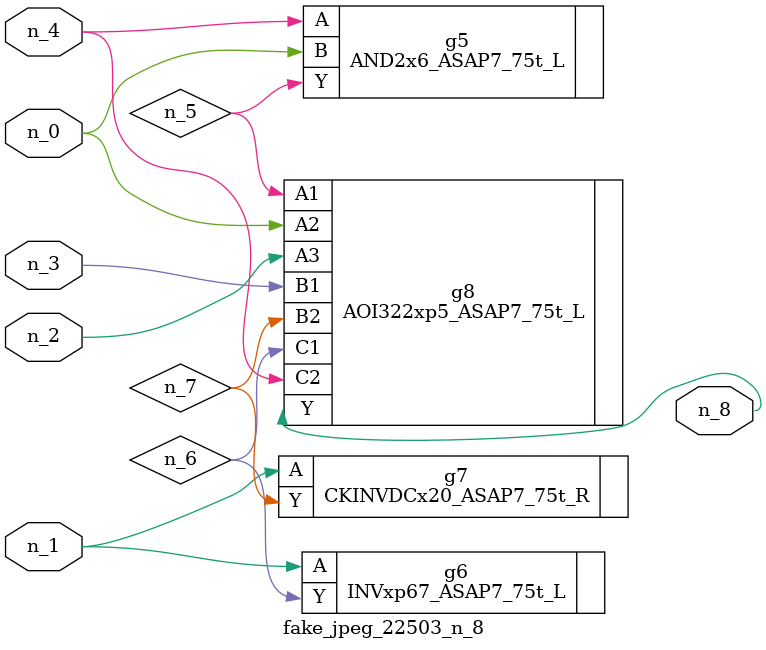
<source format=v>
module fake_jpeg_22503_n_8 (n_3, n_2, n_1, n_0, n_4, n_8);

input n_3;
input n_2;
input n_1;
input n_0;
input n_4;

output n_8;

wire n_6;
wire n_5;
wire n_7;

AND2x6_ASAP7_75t_L g5 ( 
.A(n_4),
.B(n_0),
.Y(n_5)
);

INVxp67_ASAP7_75t_L g6 ( 
.A(n_1),
.Y(n_6)
);

CKINVDCx20_ASAP7_75t_R g7 ( 
.A(n_1),
.Y(n_7)
);

AOI322xp5_ASAP7_75t_L g8 ( 
.A1(n_5),
.A2(n_0),
.A3(n_2),
.B1(n_3),
.B2(n_7),
.C1(n_6),
.C2(n_4),
.Y(n_8)
);


endmodule
</source>
